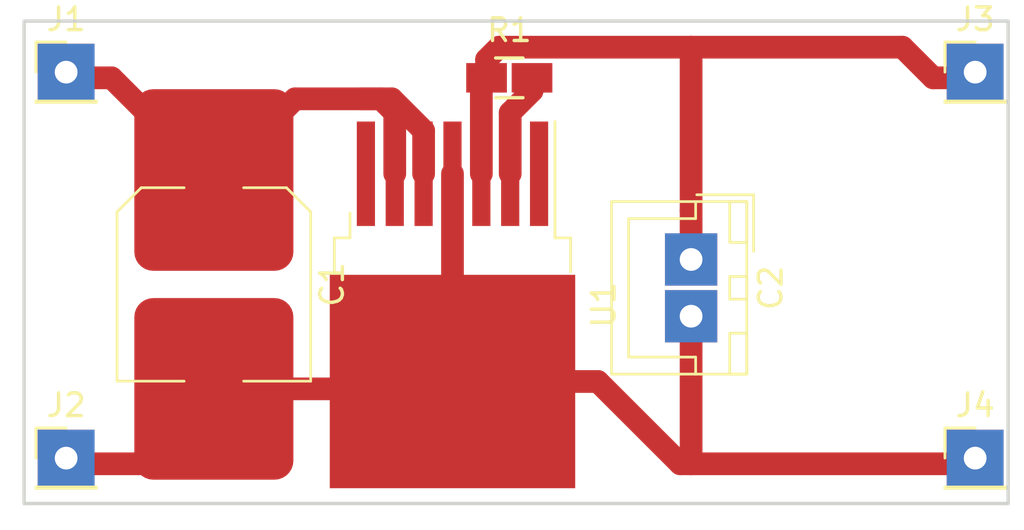
<source format=kicad_pcb>
(kicad_pcb (version 20171130) (host pcbnew 5.0.2-bee76a0~70~ubuntu18.04.1)

  (general
    (thickness 1.6)
    (drawings 4)
    (tracks 34)
    (zones 0)
    (modules 8)
    (nets 7)
  )

  (page A4)
  (layers
    (0 F.Cu signal)
    (31 B.Cu signal)
    (32 B.Adhes user)
    (33 F.Adhes user)
    (34 B.Paste user)
    (35 F.Paste user)
    (36 B.SilkS user)
    (37 F.SilkS user)
    (38 B.Mask user)
    (39 F.Mask user)
    (40 Dwgs.User user)
    (41 Cmts.User user)
    (42 Eco1.User user)
    (43 Eco2.User user)
    (44 Edge.Cuts user)
    (45 Margin user)
    (46 B.CrtYd user)
    (47 F.CrtYd user)
    (48 B.Fab user)
    (49 F.Fab user)
  )

  (setup
    (last_trace_width 1)
    (trace_clearance 0.2)
    (zone_clearance 0.508)
    (zone_45_only no)
    (trace_min 0.2)
    (segment_width 0.2)
    (edge_width 0.15)
    (via_size 2)
    (via_drill 0.4)
    (via_min_size 0.4)
    (via_min_drill 0.3)
    (uvia_size 0.3)
    (uvia_drill 0.1)
    (uvias_allowed no)
    (uvia_min_size 0.2)
    (uvia_min_drill 0.1)
    (pcb_text_width 0.3)
    (pcb_text_size 1.5 1.5)
    (mod_edge_width 0.15)
    (mod_text_size 1 1)
    (mod_text_width 0.15)
    (pad_size 1.524 1.524)
    (pad_drill 0.762)
    (pad_to_mask_clearance 0.051)
    (solder_mask_min_width 0.25)
    (aux_axis_origin 0 0)
    (visible_elements FFFFFF7F)
    (pcbplotparams
      (layerselection 0x010fc_ffffffff)
      (usegerberextensions false)
      (usegerberattributes false)
      (usegerberadvancedattributes false)
      (creategerberjobfile false)
      (excludeedgelayer true)
      (linewidth 0.100000)
      (plotframeref false)
      (viasonmask false)
      (mode 1)
      (useauxorigin false)
      (hpglpennumber 1)
      (hpglpenspeed 20)
      (hpglpendiameter 15.000000)
      (psnegative false)
      (psa4output false)
      (plotreference true)
      (plotvalue true)
      (plotinvisibletext false)
      (padsonsilk false)
      (subtractmaskfromsilk false)
      (outputformat 1)
      (mirror false)
      (drillshape 1)
      (scaleselection 1)
      (outputdirectory ""))
  )

  (net 0 "")
  (net 1 "Net-(C1-Pad2)")
  (net 2 "Net-(C2-Pad1)")
  (net 3 "Net-(R1-Pad2)")
  (net 4 "Net-(U1-Pad1)")
  (net 5 "Net-(C1-Pad1)")
  (net 6 "Net-(U1-Pad7)")

  (net_class Default "This is the default net class."
    (clearance 0.2)
    (trace_width 1)
    (via_dia 2)
    (via_drill 0.4)
    (uvia_dia 0.3)
    (uvia_drill 0.1)
    (add_net "Net-(C1-Pad1)")
    (add_net "Net-(C1-Pad2)")
    (add_net "Net-(C2-Pad1)")
    (add_net "Net-(R1-Pad2)")
    (add_net "Net-(U1-Pad1)")
    (add_net "Net-(U1-Pad7)")
  )

  (module Connector_PinHeader_2.54mm:PinHeader_1x01_P2.54mm_Vertical (layer F.Cu) (tedit 5C4A8E98) (tstamp 5C569FE6)
    (at 160 105.25)
    (descr "Through hole straight pin header, 1x01, 2.54mm pitch, single row")
    (tags "Through hole pin header THT 1x01 2.54mm single row")
    (path /5C4A7A06)
    (fp_text reference J4 (at 0 -2.33) (layer F.SilkS)
      (effects (font (size 1 1) (thickness 0.15)))
    )
    (fp_text value VCC- (at 0 2.33) (layer F.Fab)
      (effects (font (size 1 1) (thickness 0.15)))
    )
    (fp_text user %R (at 0 0 90) (layer F.Fab)
      (effects (font (size 1 1) (thickness 0.15)))
    )
    (fp_line (start 1.8 -1.8) (end -1.8 -1.8) (layer F.CrtYd) (width 0.05))
    (fp_line (start 1.8 1.8) (end 1.8 -1.8) (layer F.CrtYd) (width 0.05))
    (fp_line (start -1.8 1.8) (end 1.8 1.8) (layer F.CrtYd) (width 0.05))
    (fp_line (start -1.8 -1.8) (end -1.8 1.8) (layer F.CrtYd) (width 0.05))
    (fp_line (start -1.33 -1.33) (end 0 -1.33) (layer F.SilkS) (width 0.12))
    (fp_line (start -1.33 0) (end -1.33 -1.33) (layer F.SilkS) (width 0.12))
    (fp_line (start -1.33 1.27) (end 1.33 1.27) (layer F.SilkS) (width 0.12))
    (fp_line (start 1.33 1.27) (end 1.33 1.33) (layer F.SilkS) (width 0.12))
    (fp_line (start -1.33 1.27) (end -1.33 1.33) (layer F.SilkS) (width 0.12))
    (fp_line (start -1.33 1.33) (end 1.33 1.33) (layer F.SilkS) (width 0.12))
    (fp_line (start -1.27 -0.635) (end -0.635 -1.27) (layer F.Fab) (width 0.1))
    (fp_line (start -1.27 1.27) (end -1.27 -0.635) (layer F.Fab) (width 0.1))
    (fp_line (start 1.27 1.27) (end -1.27 1.27) (layer F.Fab) (width 0.1))
    (fp_line (start 1.27 -1.27) (end 1.27 1.27) (layer F.Fab) (width 0.1))
    (fp_line (start -0.635 -1.27) (end 1.27 -1.27) (layer F.Fab) (width 0.1))
    (pad 1 thru_hole rect (at 0 0) (size 2.5 2.5) (drill 1) (layers *.Cu *.Mask)
      (net 1 "Net-(C1-Pad2)"))
    (model ${KISYS3DMOD}/Connector_PinHeader_2.54mm.3dshapes/PinHeader_1x01_P2.54mm_Vertical.wrl
      (at (xyz 0 0 0))
      (scale (xyz 1 1 1))
      (rotate (xyz 0 0 0))
    )
  )

  (module Connector_PinHeader_2.54mm:PinHeader_1x01_P2.54mm_Vertical (layer F.Cu) (tedit 5C4A8E85) (tstamp 5C56A310)
    (at 160 88.25)
    (descr "Through hole straight pin header, 1x01, 2.54mm pitch, single row")
    (tags "Through hole pin header THT 1x01 2.54mm single row")
    (path /5C4A78E5)
    (fp_text reference J3 (at 0 -2.33) (layer F.SilkS)
      (effects (font (size 1 1) (thickness 0.15)))
    )
    (fp_text value VCC+ (at 0 2.33) (layer F.Fab)
      (effects (font (size 1 1) (thickness 0.15)))
    )
    (fp_line (start -0.635 -1.27) (end 1.27 -1.27) (layer F.Fab) (width 0.1))
    (fp_line (start 1.27 -1.27) (end 1.27 1.27) (layer F.Fab) (width 0.1))
    (fp_line (start 1.27 1.27) (end -1.27 1.27) (layer F.Fab) (width 0.1))
    (fp_line (start -1.27 1.27) (end -1.27 -0.635) (layer F.Fab) (width 0.1))
    (fp_line (start -1.27 -0.635) (end -0.635 -1.27) (layer F.Fab) (width 0.1))
    (fp_line (start -1.33 1.33) (end 1.33 1.33) (layer F.SilkS) (width 0.12))
    (fp_line (start -1.33 1.27) (end -1.33 1.33) (layer F.SilkS) (width 0.12))
    (fp_line (start 1.33 1.27) (end 1.33 1.33) (layer F.SilkS) (width 0.12))
    (fp_line (start -1.33 1.27) (end 1.33 1.27) (layer F.SilkS) (width 0.12))
    (fp_line (start -1.33 0) (end -1.33 -1.33) (layer F.SilkS) (width 0.12))
    (fp_line (start -1.33 -1.33) (end 0 -1.33) (layer F.SilkS) (width 0.12))
    (fp_line (start -1.8 -1.8) (end -1.8 1.8) (layer F.CrtYd) (width 0.05))
    (fp_line (start -1.8 1.8) (end 1.8 1.8) (layer F.CrtYd) (width 0.05))
    (fp_line (start 1.8 1.8) (end 1.8 -1.8) (layer F.CrtYd) (width 0.05))
    (fp_line (start 1.8 -1.8) (end -1.8 -1.8) (layer F.CrtYd) (width 0.05))
    (fp_text user %R (at 0 0 90) (layer F.Fab)
      (effects (font (size 1 1) (thickness 0.15)))
    )
    (pad 1 thru_hole rect (at 0 0) (size 2.5 2.5) (drill 1) (layers *.Cu *.Mask)
      (net 2 "Net-(C2-Pad1)"))
    (model ${KISYS3DMOD}/Connector_PinHeader_2.54mm.3dshapes/PinHeader_1x01_P2.54mm_Vertical.wrl
      (at (xyz 0 0 0))
      (scale (xyz 1 1 1))
      (rotate (xyz 0 0 0))
    )
  )

  (module Connector_PinHeader_2.54mm:PinHeader_1x01_P2.54mm_Vertical (layer F.Cu) (tedit 5C4A8E68) (tstamp 5C569FBC)
    (at 120 105.25)
    (descr "Through hole straight pin header, 1x01, 2.54mm pitch, single row")
    (tags "Through hole pin header THT 1x01 2.54mm single row")
    (path /5C4A7879)
    (fp_text reference J2 (at 0 -2.33) (layer F.SilkS)
      (effects (font (size 1 1) (thickness 0.15)))
    )
    (fp_text value INPUT- (at 0 2.33) (layer F.Fab)
      (effects (font (size 1 1) (thickness 0.15)))
    )
    (fp_text user %R (at 0 0 90) (layer F.Fab)
      (effects (font (size 1 1) (thickness 0.15)))
    )
    (fp_line (start 1.8 -1.8) (end -1.8 -1.8) (layer F.CrtYd) (width 0.05))
    (fp_line (start 1.8 1.8) (end 1.8 -1.8) (layer F.CrtYd) (width 0.05))
    (fp_line (start -1.8 1.8) (end 1.8 1.8) (layer F.CrtYd) (width 0.05))
    (fp_line (start -1.8 -1.8) (end -1.8 1.8) (layer F.CrtYd) (width 0.05))
    (fp_line (start -1.33 -1.33) (end 0 -1.33) (layer F.SilkS) (width 0.12))
    (fp_line (start -1.33 0) (end -1.33 -1.33) (layer F.SilkS) (width 0.12))
    (fp_line (start -1.33 1.27) (end 1.33 1.27) (layer F.SilkS) (width 0.12))
    (fp_line (start 1.33 1.27) (end 1.33 1.33) (layer F.SilkS) (width 0.12))
    (fp_line (start -1.33 1.27) (end -1.33 1.33) (layer F.SilkS) (width 0.12))
    (fp_line (start -1.33 1.33) (end 1.33 1.33) (layer F.SilkS) (width 0.12))
    (fp_line (start -1.27 -0.635) (end -0.635 -1.27) (layer F.Fab) (width 0.1))
    (fp_line (start -1.27 1.27) (end -1.27 -0.635) (layer F.Fab) (width 0.1))
    (fp_line (start 1.27 1.27) (end -1.27 1.27) (layer F.Fab) (width 0.1))
    (fp_line (start 1.27 -1.27) (end 1.27 1.27) (layer F.Fab) (width 0.1))
    (fp_line (start -0.635 -1.27) (end 1.27 -1.27) (layer F.Fab) (width 0.1))
    (pad 1 thru_hole rect (at 0 0) (size 2.5 2.5) (drill 1) (layers *.Cu *.Mask)
      (net 1 "Net-(C1-Pad2)"))
    (model ${KISYS3DMOD}/Connector_PinHeader_2.54mm.3dshapes/PinHeader_1x01_P2.54mm_Vertical.wrl
      (at (xyz 0 0 0))
      (scale (xyz 1 1 1))
      (rotate (xyz 0 0 0))
    )
  )

  (module coddingtonbear:JST_XH_B02B-XH-A_02x2.50mm_Straight_LargePads (layer F.Cu) (tedit 5C031FA4) (tstamp 5C569F52)
    (at 147.5 96.5 270)
    (descr "JST XH series connector, B02B-XH-A, top entry type, through hole")
    (tags "connector jst xh tht top vertical 2.50mm")
    (path /5C4A8D42)
    (fp_text reference C2 (at 1.25 -3.5 270) (layer F.SilkS)
      (effects (font (size 1 1) (thickness 0.15)))
    )
    (fp_text value 0.1 (at 1.25 4.5 270) (layer F.Fab)
      (effects (font (size 1 1) (thickness 0.15)))
    )
    (fp_text user %R (at 1.25 2.499999 270) (layer F.Fab)
      (effects (font (size 1 1) (thickness 0.15)))
    )
    (fp_line (start -2.85 -2.75) (end -2.85 -0.25) (layer F.Fab) (width 0.1))
    (fp_line (start -0.35 -2.75) (end -2.85 -2.75) (layer F.Fab) (width 0.1))
    (fp_line (start -2.85 -2.75) (end -2.85 -0.25) (layer F.SilkS) (width 0.12))
    (fp_line (start -0.35 -2.75) (end -2.85 -2.75) (layer F.SilkS) (width 0.12))
    (fp_line (start 4.3 2.75) (end 1.25 2.75) (layer F.SilkS) (width 0.12))
    (fp_line (start 4.3 -0.2) (end 4.3 2.75) (layer F.SilkS) (width 0.12))
    (fp_line (start 5.05 -0.2) (end 4.3 -0.2) (layer F.SilkS) (width 0.12))
    (fp_line (start -1.8 2.75) (end 1.25 2.75) (layer F.SilkS) (width 0.12))
    (fp_line (start -1.8 -0.2) (end -1.8 2.75) (layer F.SilkS) (width 0.12))
    (fp_line (start -2.55 -0.2) (end -1.8 -0.2) (layer F.SilkS) (width 0.12))
    (fp_line (start 5.05 -2.45) (end 3.25 -2.450001) (layer F.SilkS) (width 0.12))
    (fp_line (start 5.05 -1.7) (end 5.05 -2.45) (layer F.SilkS) (width 0.12))
    (fp_line (start 3.250001 -1.7) (end 5.05 -1.7) (layer F.SilkS) (width 0.12))
    (fp_line (start 3.25 -2.450001) (end 3.250001 -1.7) (layer F.SilkS) (width 0.12))
    (fp_line (start -0.75 -2.450001) (end -2.55 -2.45) (layer F.SilkS) (width 0.12))
    (fp_line (start -0.750001 -1.7) (end -0.75 -2.450001) (layer F.SilkS) (width 0.12))
    (fp_line (start -2.55 -1.7) (end -0.750001 -1.7) (layer F.SilkS) (width 0.12))
    (fp_line (start -2.55 -2.45) (end -2.55 -1.7) (layer F.SilkS) (width 0.12))
    (fp_line (start 1.749999 -2.45) (end 0.75 -2.450001) (layer F.SilkS) (width 0.12))
    (fp_line (start 1.749999 -1.7) (end 1.749999 -2.45) (layer F.SilkS) (width 0.12))
    (fp_line (start 0.750001 -1.7) (end 1.749999 -1.7) (layer F.SilkS) (width 0.12))
    (fp_line (start 0.75 -2.450001) (end 0.750001 -1.7) (layer F.SilkS) (width 0.12))
    (fp_line (start 5.05 -2.45) (end -2.55 -2.45) (layer F.SilkS) (width 0.12))
    (fp_line (start 5.05 3.5) (end 5.05 -2.45) (layer F.SilkS) (width 0.12))
    (fp_line (start -2.55 3.5) (end 5.05 3.5) (layer F.SilkS) (width 0.12))
    (fp_line (start -2.55 -2.45) (end -2.55 3.5) (layer F.SilkS) (width 0.12))
    (fp_line (start 5.45 -2.85) (end -2.95 -2.85) (layer F.CrtYd) (width 0.05))
    (fp_line (start 5.45 3.899999) (end 5.45 -2.85) (layer F.CrtYd) (width 0.05))
    (fp_line (start -2.95 3.899999) (end 5.45 3.899999) (layer F.CrtYd) (width 0.05))
    (fp_line (start -2.95 -2.85) (end -2.95 3.899999) (layer F.CrtYd) (width 0.05))
    (fp_line (start 4.950001 -2.35) (end -2.450001 -2.35) (layer F.Fab) (width 0.1))
    (fp_line (start 4.950001 3.4) (end 4.950001 -2.35) (layer F.Fab) (width 0.1))
    (fp_line (start -2.450001 3.4) (end 4.950001 3.4) (layer F.Fab) (width 0.1))
    (fp_line (start -2.450001 -2.35) (end -2.450001 3.4) (layer F.Fab) (width 0.1))
    (pad 2 thru_hole rect (at 2.5 0 270) (size 2.3 2.3) (drill 1) (layers *.Cu *.Mask)
      (net 1 "Net-(C1-Pad2)"))
    (pad 1 thru_hole rect (at 0 0 270) (size 2.3 2.3) (drill 1) (layers *.Cu *.Mask)
      (net 2 "Net-(C2-Pad1)"))
    (model Connectors_JST.3dshapes/JST_XH_B02B-XH-A_02x2.50mm_Straight.wrl
      (at (xyz 0 0 0))
      (scale (xyz 1 1 1))
      (rotate (xyz 0 0 0))
    )
  )

  (module coddingtonbear:0805_Milling (layer F.Cu) (tedit 5A864972) (tstamp 5C569F5A)
    (at 139.5 88.5)
    (descr "Resistor SMD 0805, reflow soldering, Vishay (see dcrcw.pdf)")
    (tags "resistor 0805")
    (path /5C4A853E)
    (attr smd)
    (fp_text reference R1 (at 0 -2.1) (layer F.SilkS)
      (effects (font (size 1 1) (thickness 0.15)))
    )
    (fp_text value 82k (at 0 2.1) (layer F.Fab)
      (effects (font (size 1 1) (thickness 0.15)))
    )
    (fp_line (start -0.6 -0.875) (end 0.6 -0.875) (layer F.SilkS) (width 0.15))
    (fp_line (start 0.6 0.875) (end -0.6 0.875) (layer F.SilkS) (width 0.15))
    (pad 2 smd rect (at 1 0) (size 1.79 1.3) (layers F.Cu F.Paste F.Mask)
      (net 3 "Net-(R1-Pad2)"))
    (pad 1 smd rect (at -1 0) (size 1.79 1.3) (layers F.Cu F.Paste F.Mask)
      (net 2 "Net-(C2-Pad1)"))
    (model Resistors_SMD.3dshapes/R_0805.wrl
      (at (xyz 0 0 0))
      (scale (xyz 1 1 1))
      (rotate (xyz 0 0 0))
    )
  )

  (module Package_TO_SOT_SMD:TO-263-7_TabPin4 (layer F.Cu) (tedit 5A70FC4E) (tstamp 5C569F92)
    (at 137 98.5 270)
    (descr "TO-263 / D2PAK / DDPAK SMD package, http://www.infineon.com/cms/en/product/packages/PG-TO263/PG-TO263-7-1/")
    (tags "D2PAK DDPAK TO-263 D2PAK-7 TO-263-7 SOT-427")
    (path /5C4A832A)
    (attr smd)
    (fp_text reference U1 (at 0 -6.65 270) (layer F.SilkS)
      (effects (font (size 1 1) (thickness 0.15)))
    )
    (fp_text value LT3086IR (at 0 6.65 270) (layer F.Fab)
      (effects (font (size 1 1) (thickness 0.15)))
    )
    (fp_line (start 6.5 -5) (end 7.5 -5) (layer F.Fab) (width 0.1))
    (fp_line (start 7.5 -5) (end 7.5 5) (layer F.Fab) (width 0.1))
    (fp_line (start 7.5 5) (end 6.5 5) (layer F.Fab) (width 0.1))
    (fp_line (start 6.5 -5) (end 6.5 5) (layer F.Fab) (width 0.1))
    (fp_line (start 6.5 5) (end -2.75 5) (layer F.Fab) (width 0.1))
    (fp_line (start -2.75 5) (end -2.75 -4) (layer F.Fab) (width 0.1))
    (fp_line (start -2.75 -4) (end -1.75 -5) (layer F.Fab) (width 0.1))
    (fp_line (start -1.75 -5) (end 6.5 -5) (layer F.Fab) (width 0.1))
    (fp_line (start -2.64 -4.11) (end -7.45 -4.11) (layer F.Fab) (width 0.1))
    (fp_line (start -7.45 -4.11) (end -7.45 -3.51) (layer F.Fab) (width 0.1))
    (fp_line (start -7.45 -3.51) (end -2.75 -3.51) (layer F.Fab) (width 0.1))
    (fp_line (start -2.75 -2.84) (end -7.45 -2.84) (layer F.Fab) (width 0.1))
    (fp_line (start -7.45 -2.84) (end -7.45 -2.24) (layer F.Fab) (width 0.1))
    (fp_line (start -7.45 -2.24) (end -2.75 -2.24) (layer F.Fab) (width 0.1))
    (fp_line (start -2.75 -1.57) (end -7.45 -1.57) (layer F.Fab) (width 0.1))
    (fp_line (start -7.45 -1.57) (end -7.45 -0.97) (layer F.Fab) (width 0.1))
    (fp_line (start -7.45 -0.97) (end -2.75 -0.97) (layer F.Fab) (width 0.1))
    (fp_line (start -2.75 -0.3) (end -7.45 -0.3) (layer F.Fab) (width 0.1))
    (fp_line (start -7.45 -0.3) (end -7.45 0.3) (layer F.Fab) (width 0.1))
    (fp_line (start -7.45 0.3) (end -2.75 0.3) (layer F.Fab) (width 0.1))
    (fp_line (start -2.75 0.97) (end -7.45 0.97) (layer F.Fab) (width 0.1))
    (fp_line (start -7.45 0.97) (end -7.45 1.57) (layer F.Fab) (width 0.1))
    (fp_line (start -7.45 1.57) (end -2.75 1.57) (layer F.Fab) (width 0.1))
    (fp_line (start -2.75 2.24) (end -7.45 2.24) (layer F.Fab) (width 0.1))
    (fp_line (start -7.45 2.24) (end -7.45 2.84) (layer F.Fab) (width 0.1))
    (fp_line (start -7.45 2.84) (end -2.75 2.84) (layer F.Fab) (width 0.1))
    (fp_line (start -2.75 3.51) (end -7.45 3.51) (layer F.Fab) (width 0.1))
    (fp_line (start -7.45 3.51) (end -7.45 4.11) (layer F.Fab) (width 0.1))
    (fp_line (start -7.45 4.11) (end -2.75 4.11) (layer F.Fab) (width 0.1))
    (fp_line (start -1.45 -5.2) (end -2.95 -5.2) (layer F.SilkS) (width 0.12))
    (fp_line (start -2.95 -5.2) (end -2.95 -4.51) (layer F.SilkS) (width 0.12))
    (fp_line (start -2.95 -4.51) (end -8.075 -4.51) (layer F.SilkS) (width 0.12))
    (fp_line (start -1.45 5.2) (end -2.95 5.2) (layer F.SilkS) (width 0.12))
    (fp_line (start -2.95 5.2) (end -2.95 4.51) (layer F.SilkS) (width 0.12))
    (fp_line (start -2.95 4.51) (end -4.05 4.51) (layer F.SilkS) (width 0.12))
    (fp_line (start -8.32 -5.65) (end -8.32 5.65) (layer F.CrtYd) (width 0.05))
    (fp_line (start -8.32 5.65) (end 8.32 5.65) (layer F.CrtYd) (width 0.05))
    (fp_line (start 8.32 5.65) (end 8.32 -5.65) (layer F.CrtYd) (width 0.05))
    (fp_line (start 8.32 -5.65) (end -8.32 -5.65) (layer F.CrtYd) (width 0.05))
    (fp_text user %R (at 0 0 270) (layer F.Fab)
      (effects (font (size 1 1) (thickness 0.15)))
    )
    (pad 1 smd rect (at -5.775 -3.81 270) (size 4.6 0.8) (layers F.Cu F.Paste F.Mask)
      (net 4 "Net-(U1-Pad1)"))
    (pad 2 smd rect (at -5.775 -2.54 270) (size 4.6 0.8) (layers F.Cu F.Paste F.Mask)
      (net 3 "Net-(R1-Pad2)"))
    (pad 3 smd rect (at -5.775 -1.27 270) (size 4.6 0.8) (layers F.Cu F.Paste F.Mask)
      (net 2 "Net-(C2-Pad1)"))
    (pad 4 smd rect (at -5.775 0 270) (size 4.6 0.8) (layers F.Cu F.Paste F.Mask)
      (net 1 "Net-(C1-Pad2)"))
    (pad 5 smd rect (at -5.775 1.27 270) (size 4.6 0.8) (layers F.Cu F.Paste F.Mask)
      (net 5 "Net-(C1-Pad1)"))
    (pad 6 smd rect (at -5.775 2.54 270) (size 4.6 0.8) (layers F.Cu F.Paste F.Mask)
      (net 5 "Net-(C1-Pad1)"))
    (pad 7 smd rect (at -5.775 3.81 270) (size 4.6 0.8) (layers F.Cu F.Paste F.Mask)
      (net 6 "Net-(U1-Pad7)"))
    (pad 4 smd rect (at 3.375 0 270) (size 9.4 10.8) (layers F.Cu F.Mask)
      (net 1 "Net-(C1-Pad2)"))
    (pad "" smd rect (at 5.8 2.775 270) (size 4.55 5.25) (layers F.Paste))
    (pad "" smd rect (at 0.95 -2.775 270) (size 4.55 5.25) (layers F.Paste))
    (pad "" smd rect (at 5.8 -2.775 270) (size 4.55 5.25) (layers F.Paste))
    (pad "" smd rect (at 0.95 2.775 270) (size 4.55 5.25) (layers F.Paste))
    (model ${KISYS3DMOD}/Package_TO_SOT_SMD.3dshapes/TO-263-7_TabPin4.wrl
      (at (xyz 0 0 0))
      (scale (xyz 1 1 1))
      (rotate (xyz 0 0 0))
    )
  )

  (module Capacitor_SMD:C_Elec_8x10.2 (layer F.Cu) (tedit 5C4A81C9) (tstamp 5C56A00A)
    (at 126.5 97.6 270)
    (descr "SMD capacitor, aluminum electrolytic nonpolar, 8.0x10.2mm")
    (tags "capacitor electrolyic nonpolar")
    (path /5C4A7D34)
    (attr smd)
    (fp_text reference C1 (at 0 -5.2 270) (layer F.SilkS)
      (effects (font (size 1 1) (thickness 0.15)))
    )
    (fp_text value 220u (at 0 5.2 270) (layer F.Fab)
      (effects (font (size 1 1) (thickness 0.15)))
    )
    (fp_circle (center 0 0) (end 4 0) (layer F.Fab) (width 0.1))
    (fp_line (start 4.15 -4.15) (end 4.15 4.15) (layer F.Fab) (width 0.1))
    (fp_line (start -3.15 -4.15) (end 4.15 -4.15) (layer F.Fab) (width 0.1))
    (fp_line (start -3.15 4.15) (end 4.15 4.15) (layer F.Fab) (width 0.1))
    (fp_line (start -4.15 -3.15) (end -4.15 3.15) (layer F.Fab) (width 0.1))
    (fp_line (start -4.15 -3.15) (end -3.15 -4.15) (layer F.Fab) (width 0.1))
    (fp_line (start -4.15 3.15) (end -3.15 4.15) (layer F.Fab) (width 0.1))
    (fp_line (start 4.26 4.26) (end 4.26 1.31) (layer F.SilkS) (width 0.12))
    (fp_line (start 4.26 -4.26) (end 4.26 -1.31) (layer F.SilkS) (width 0.12))
    (fp_line (start -3.195563 -4.26) (end 4.26 -4.26) (layer F.SilkS) (width 0.12))
    (fp_line (start -3.195563 4.26) (end 4.26 4.26) (layer F.SilkS) (width 0.12))
    (fp_line (start -4.26 3.195563) (end -4.26 1.31) (layer F.SilkS) (width 0.12))
    (fp_line (start -4.26 -3.195563) (end -4.26 -1.31) (layer F.SilkS) (width 0.12))
    (fp_line (start -4.26 -3.195563) (end -3.195563 -4.26) (layer F.SilkS) (width 0.12))
    (fp_line (start -4.26 3.195563) (end -3.195563 4.26) (layer F.SilkS) (width 0.12))
    (fp_line (start 4.4 -4.4) (end 4.4 -1.3) (layer F.CrtYd) (width 0.05))
    (fp_line (start 4.4 -1.3) (end 6.1 -1.3) (layer F.CrtYd) (width 0.05))
    (fp_line (start 6.1 -1.3) (end 6.1 1.3) (layer F.CrtYd) (width 0.05))
    (fp_line (start 6.1 1.3) (end 4.4 1.3) (layer F.CrtYd) (width 0.05))
    (fp_line (start 4.4 1.3) (end 4.4 4.4) (layer F.CrtYd) (width 0.05))
    (fp_line (start -3.25 4.4) (end 4.4 4.4) (layer F.CrtYd) (width 0.05))
    (fp_line (start -3.25 -4.4) (end 4.4 -4.4) (layer F.CrtYd) (width 0.05))
    (fp_line (start -4.4 3.25) (end -3.25 4.4) (layer F.CrtYd) (width 0.05))
    (fp_line (start -4.4 -3.25) (end -3.25 -4.4) (layer F.CrtYd) (width 0.05))
    (fp_line (start -4.4 -3.25) (end -4.4 -1.3) (layer F.CrtYd) (width 0.05))
    (fp_line (start -4.4 1.3) (end -4.4 3.25) (layer F.CrtYd) (width 0.05))
    (fp_line (start -4.4 -1.3) (end -6.1 -1.3) (layer F.CrtYd) (width 0.05))
    (fp_line (start -6.1 -1.3) (end -6.1 1.3) (layer F.CrtYd) (width 0.05))
    (fp_line (start -6.1 1.3) (end -4.4 1.3) (layer F.CrtYd) (width 0.05))
    (fp_text user %R (at 0 0 270) (layer F.Fab)
      (effects (font (size 1 1) (thickness 0.15)))
    )
    (pad 1 smd roundrect (at -4.6 0 270) (size 8 7) (layers F.Cu F.Paste F.Mask) (roundrect_rratio 0.119)
      (net 5 "Net-(C1-Pad1)"))
    (pad 2 smd roundrect (at 4.6 0 270) (size 8 7) (layers F.Cu F.Paste F.Mask) (roundrect_rratio 0.119)
      (net 1 "Net-(C1-Pad2)"))
    (model ${KISYS3DMOD}/Capacitor_SMD.3dshapes/C_Elec_8x10.2.wrl
      (at (xyz 0 0 0))
      (scale (xyz 1 1 1))
      (rotate (xyz 0 0 0))
    )
  )

  (module Connector_PinHeader_2.54mm:PinHeader_1x01_P2.54mm_Vertical (layer F.Cu) (tedit 5C4A8E2B) (tstamp 5C56A215)
    (at 120 88.25)
    (descr "Through hole straight pin header, 1x01, 2.54mm pitch, single row")
    (tags "Through hole pin header THT 1x01 2.54mm single row")
    (path /5C4A76AE)
    (fp_text reference J1 (at 0 -2.33) (layer F.SilkS)
      (effects (font (size 1 1) (thickness 0.15)))
    )
    (fp_text value INPUT+ (at 0 2.33) (layer F.Fab)
      (effects (font (size 1 1) (thickness 0.15)))
    )
    (fp_line (start -0.635 -1.27) (end 1.27 -1.27) (layer F.Fab) (width 0.1))
    (fp_line (start 1.27 -1.27) (end 1.27 1.27) (layer F.Fab) (width 0.1))
    (fp_line (start 1.27 1.27) (end -1.27 1.27) (layer F.Fab) (width 0.1))
    (fp_line (start -1.27 1.27) (end -1.27 -0.635) (layer F.Fab) (width 0.1))
    (fp_line (start -1.27 -0.635) (end -0.635 -1.27) (layer F.Fab) (width 0.1))
    (fp_line (start -1.33 1.33) (end 1.33 1.33) (layer F.SilkS) (width 0.12))
    (fp_line (start -1.33 1.27) (end -1.33 1.33) (layer F.SilkS) (width 0.12))
    (fp_line (start 1.33 1.27) (end 1.33 1.33) (layer F.SilkS) (width 0.12))
    (fp_line (start -1.33 1.27) (end 1.33 1.27) (layer F.SilkS) (width 0.12))
    (fp_line (start -1.33 0) (end -1.33 -1.33) (layer F.SilkS) (width 0.12))
    (fp_line (start -1.33 -1.33) (end 0 -1.33) (layer F.SilkS) (width 0.12))
    (fp_line (start -1.8 -1.8) (end -1.8 1.8) (layer F.CrtYd) (width 0.05))
    (fp_line (start -1.8 1.8) (end 1.8 1.8) (layer F.CrtYd) (width 0.05))
    (fp_line (start 1.8 1.8) (end 1.8 -1.8) (layer F.CrtYd) (width 0.05))
    (fp_line (start 1.8 -1.8) (end -1.8 -1.8) (layer F.CrtYd) (width 0.05))
    (fp_text user %R (at 0 0 90) (layer F.Fab)
      (effects (font (size 1 1) (thickness 0.15)))
    )
    (pad 1 thru_hole rect (at 0 0) (size 2.5 2.5) (drill 1) (layers *.Cu *.Mask)
      (net 5 "Net-(C1-Pad1)"))
    (model ${KISYS3DMOD}/Connector_PinHeader_2.54mm.3dshapes/PinHeader_1x01_P2.54mm_Vertical.wrl
      (at (xyz 0 0 0))
      (scale (xyz 1 1 1))
      (rotate (xyz 0 0 0))
    )
  )

  (gr_line (start 118.15 107.25) (end 118.15 86) (layer Edge.Cuts) (width 0.15))
  (gr_line (start 161.45 107.25) (end 118.15 107.25) (layer Edge.Cuts) (width 0.15))
  (gr_line (start 161.45 86) (end 161.45 107.25) (layer Edge.Cuts) (width 0.15))
  (gr_line (start 118.15 86) (end 161.45 86) (layer Edge.Cuts) (width 0.15))

  (segment (start 123.2 105.5) (end 126.5 102.2) (width 1) (layer F.Cu) (net 1))
  (segment (start 120 105.5) (end 123.2 105.5) (width 1) (layer F.Cu) (net 1))
  (segment (start 136.675 102.2) (end 137 101.875) (width 1) (layer F.Cu) (net 1))
  (segment (start 126.5 102.2) (end 136.675 102.2) (width 1) (layer F.Cu) (net 1))
  (segment (start 137 92.725) (end 137 101.875) (width 1) (layer F.Cu) (net 1))
  (segment (start 143.4 101.875) (end 147.025 105.5) (width 1) (layer F.Cu) (net 1))
  (segment (start 137 101.875) (end 143.4 101.875) (width 1) (layer F.Cu) (net 1))
  (segment (start 147.5 99) (end 147.5 105.5) (width 1) (layer F.Cu) (net 1))
  (segment (start 147.025 105.5) (end 147.5 105.5) (width 1) (layer F.Cu) (net 1))
  (segment (start 147.5 105.5) (end 160 105.5) (width 1) (layer F.Cu) (net 1))
  (segment (start 138.27 88.73) (end 138.5 88.5) (width 1) (layer F.Cu) (net 2))
  (segment (start 138.27 92.725) (end 138.27 88.73) (width 1) (layer F.Cu) (net 2))
  (segment (start 158.15 88.5) (end 160 88.5) (width 1) (layer F.Cu) (net 2))
  (segment (start 156.799999 87.149999) (end 158.15 88.5) (width 1) (layer F.Cu) (net 2))
  (segment (start 138.5 87.694998) (end 139.044999 87.149999) (width 1) (layer F.Cu) (net 2))
  (segment (start 138.5 88.5) (end 138.5 87.694998) (width 1) (layer F.Cu) (net 2))
  (segment (start 147.5 94.35) (end 147.5 87.149999) (width 1) (layer F.Cu) (net 2))
  (segment (start 147.5 96.5) (end 147.5 94.35) (width 1) (layer F.Cu) (net 2))
  (segment (start 139.044999 87.149999) (end 147.5 87.149999) (width 1) (layer F.Cu) (net 2))
  (segment (start 147.5 87.149999) (end 156.799999 87.149999) (width 1) (layer F.Cu) (net 2))
  (segment (start 140.5 89.074998) (end 140.5 88.5) (width 1) (layer F.Cu) (net 3))
  (segment (start 139.54 90.034998) (end 140.5 89.074998) (width 1) (layer F.Cu) (net 3))
  (segment (start 139.54 92.725) (end 139.54 90.034998) (width 1) (layer F.Cu) (net 3))
  (segment (start 122 88.5) (end 126.5 93) (width 1) (layer F.Cu) (net 5))
  (segment (start 120 88.5) (end 122 88.5) (width 1) (layer F.Cu) (net 5))
  (segment (start 130.020262 89.479738) (end 126.5 93) (width 1) (layer F.Cu) (net 5))
  (segment (start 130.075 89.425) (end 130.020262 89.479738) (width 1) (layer F.Cu) (net 5))
  (segment (start 135.73 90.825) (end 134.33 89.425) (width 1) (layer F.Cu) (net 5))
  (segment (start 135.73 92.725) (end 135.73 90.825) (width 1) (layer F.Cu) (net 5))
  (segment (start 133.850002 89.425) (end 133 89.425) (width 1) (layer F.Cu) (net 5))
  (segment (start 134.46 90.034998) (end 133.850002 89.425) (width 1) (layer F.Cu) (net 5))
  (segment (start 134.46 92.725) (end 134.46 90.034998) (width 1) (layer F.Cu) (net 5))
  (segment (start 134.33 89.425) (end 133 89.425) (width 1) (layer F.Cu) (net 5))
  (segment (start 133 89.425) (end 130.075 89.425) (width 1) (layer F.Cu) (net 5))

)

</source>
